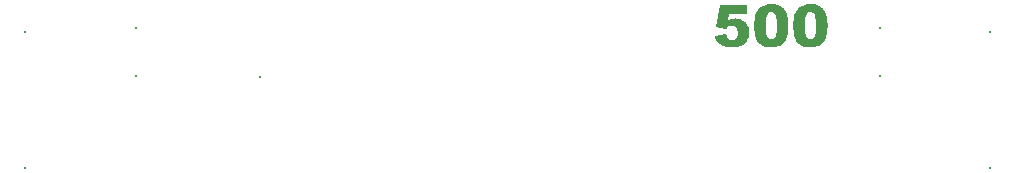
<source format=gts>
G04 Layer_Color=20142*
%FSLAX25Y25*%
%MOIN*%
G70*
G01*
G75*
%ADD11C,0.01194*%
%ADD12C,0.00800*%
G36*
X375045Y166743D02*
X375377Y166717D01*
X375734Y166692D01*
X376116Y166615D01*
X376499Y166539D01*
X376856Y166411D01*
X376907Y166385D01*
X377009Y166360D01*
X377188Y166258D01*
X377392Y166156D01*
X377621Y166028D01*
X377876Y165875D01*
X378106Y165697D01*
X378336Y165493D01*
X378361Y165467D01*
X378438Y165391D01*
X378540Y165288D01*
X378667Y165135D01*
X378820Y164982D01*
X378973Y164778D01*
X379254Y164319D01*
X379280Y164294D01*
X379305Y164217D01*
X379382Y164090D01*
X379458Y163911D01*
X379535Y163707D01*
X379611Y163452D01*
X379713Y163197D01*
X379790Y162891D01*
Y162865D01*
X379815Y162814D01*
X379841Y162738D01*
X379866Y162610D01*
X379892Y162482D01*
X379917Y162304D01*
X379994Y161896D01*
X380070Y161411D01*
X380147Y160875D01*
X380172Y160263D01*
X380198Y159651D01*
Y159600D01*
Y159472D01*
Y159294D01*
X380172Y159038D01*
X380147Y158707D01*
X380121Y158350D01*
X380096Y157967D01*
X380045Y157533D01*
X379892Y156615D01*
X379662Y155697D01*
X379509Y155263D01*
X379331Y154829D01*
X379127Y154447D01*
X378897Y154090D01*
X378871Y154064D01*
X378846Y154013D01*
X378769Y153937D01*
X378642Y153809D01*
X378489Y153681D01*
X378310Y153528D01*
X378106Y153375D01*
X377851Y153222D01*
X377570Y153044D01*
X377239Y152891D01*
X376882Y152738D01*
X376473Y152610D01*
X376040Y152482D01*
X375555Y152406D01*
X375019Y152355D01*
X374458Y152329D01*
X374152D01*
X373999Y152355D01*
X373846D01*
X373438Y152406D01*
X372979Y152457D01*
X372494Y152559D01*
X372009Y152712D01*
X371575Y152891D01*
X371525Y152916D01*
X371397Y152993D01*
X371193Y153120D01*
X370963Y153299D01*
X370657Y153528D01*
X370377Y153809D01*
X370070Y154141D01*
X369790Y154523D01*
X369764Y154549D01*
X369713Y154676D01*
X369611Y154829D01*
X369509Y155085D01*
X369382Y155365D01*
X369254Y155722D01*
X369127Y156156D01*
X369024Y156615D01*
Y156641D01*
Y156666D01*
X368999Y156743D01*
X368973Y156845D01*
X368948Y157125D01*
X368897Y157508D01*
X368846Y157942D01*
X368795Y158452D01*
X368769Y159013D01*
X368744Y159600D01*
Y159651D01*
Y159778D01*
Y159982D01*
X368769Y160238D01*
X368795Y160569D01*
X368820Y160952D01*
X368871Y161360D01*
X368922Y161794D01*
X369101Y162712D01*
X369356Y163630D01*
X369509Y164064D01*
X369713Y164472D01*
X369917Y164829D01*
X370173Y165161D01*
X370198Y165186D01*
X370249Y165237D01*
X370325Y165314D01*
X370453Y165416D01*
X370606Y165544D01*
X370785Y165671D01*
X371014Y165824D01*
X371269Y165977D01*
X371550Y166105D01*
X371882Y166258D01*
X372239Y166385D01*
X372621Y166513D01*
X373055Y166615D01*
X373514Y166692D01*
X374025Y166743D01*
X374560Y166768D01*
X374790D01*
X375045Y166743D01*
D02*
G37*
G36*
X362009D02*
X362341Y166717D01*
X362698Y166692D01*
X363081Y166615D01*
X363463Y166539D01*
X363821Y166411D01*
X363872Y166385D01*
X363973Y166360D01*
X364152Y166258D01*
X364356Y166156D01*
X364586Y166028D01*
X364841Y165875D01*
X365071Y165697D01*
X365300Y165493D01*
X365326Y165467D01*
X365402Y165391D01*
X365504Y165288D01*
X365632Y165135D01*
X365785Y164982D01*
X365938Y164778D01*
X366218Y164319D01*
X366244Y164294D01*
X366269Y164217D01*
X366346Y164090D01*
X366423Y163911D01*
X366499Y163707D01*
X366576Y163452D01*
X366678Y163197D01*
X366754Y162891D01*
Y162865D01*
X366780Y162814D01*
X366805Y162738D01*
X366831Y162610D01*
X366856Y162482D01*
X366882Y162304D01*
X366958Y161896D01*
X367035Y161411D01*
X367111Y160875D01*
X367137Y160263D01*
X367162Y159651D01*
Y159600D01*
Y159472D01*
Y159294D01*
X367137Y159038D01*
X367111Y158707D01*
X367086Y158350D01*
X367060Y157967D01*
X367009Y157533D01*
X366856Y156615D01*
X366627Y155697D01*
X366474Y155263D01*
X366295Y154829D01*
X366091Y154447D01*
X365861Y154090D01*
X365836Y154064D01*
X365810Y154013D01*
X365734Y153937D01*
X365606Y153809D01*
X365453Y153681D01*
X365275Y153528D01*
X365071Y153375D01*
X364815Y153222D01*
X364535Y153044D01*
X364203Y152891D01*
X363846Y152738D01*
X363438Y152610D01*
X363004Y152482D01*
X362520Y152406D01*
X361984Y152355D01*
X361423Y152329D01*
X361116D01*
X360963Y152355D01*
X360810D01*
X360402Y152406D01*
X359943Y152457D01*
X359458Y152559D01*
X358974Y152712D01*
X358540Y152891D01*
X358489Y152916D01*
X358361Y152993D01*
X358157Y153120D01*
X357928Y153299D01*
X357622Y153528D01*
X357341Y153809D01*
X357035Y154141D01*
X356754Y154523D01*
X356729Y154549D01*
X356678Y154676D01*
X356576Y154829D01*
X356474Y155085D01*
X356346Y155365D01*
X356219Y155722D01*
X356091Y156156D01*
X355989Y156615D01*
Y156641D01*
Y156666D01*
X355963Y156743D01*
X355938Y156845D01*
X355912Y157125D01*
X355861Y157508D01*
X355810Y157942D01*
X355759Y158452D01*
X355734Y159013D01*
X355708Y159600D01*
Y159651D01*
Y159778D01*
Y159982D01*
X355734Y160238D01*
X355759Y160569D01*
X355785Y160952D01*
X355836Y161360D01*
X355887Y161794D01*
X356066Y162712D01*
X356321Y163630D01*
X356474Y164064D01*
X356678Y164472D01*
X356882Y164829D01*
X357137Y165161D01*
X357162Y165186D01*
X357213Y165237D01*
X357290Y165314D01*
X357417Y165416D01*
X357571Y165544D01*
X357749Y165671D01*
X357979Y165824D01*
X358234Y165977D01*
X358514Y166105D01*
X358846Y166258D01*
X359203Y166385D01*
X359586Y166513D01*
X360019Y166615D01*
X360479Y166692D01*
X360989Y166743D01*
X361525Y166768D01*
X361754D01*
X362009Y166743D01*
D02*
G37*
G36*
X353489Y163426D02*
X347214D01*
X346882Y161334D01*
X346907Y161360D01*
X346984Y161386D01*
X347137Y161436D01*
X347290Y161513D01*
X347494Y161590D01*
X347724Y161666D01*
X348183Y161794D01*
X348208D01*
X348285Y161819D01*
X348412Y161845D01*
X348591Y161870D01*
X348770Y161896D01*
X348974Y161921D01*
X349433Y161947D01*
X349637D01*
X349790Y161921D01*
X349969D01*
X350173Y161870D01*
X350632Y161794D01*
X351193Y161641D01*
X351754Y161411D01*
X352035Y161258D01*
X352315Y161105D01*
X352571Y160901D01*
X352826Y160671D01*
X352851Y160646D01*
X352877Y160620D01*
X352953Y160544D01*
X353030Y160442D01*
X353132Y160314D01*
X353234Y160161D01*
X353489Y159804D01*
X353744Y159345D01*
X353948Y158783D01*
X354101Y158171D01*
X354127Y157840D01*
X354152Y157482D01*
Y157457D01*
Y157431D01*
Y157355D01*
Y157253D01*
X354127Y156998D01*
X354076Y156641D01*
X353974Y156258D01*
X353872Y155824D01*
X353693Y155340D01*
X353463Y154880D01*
Y154855D01*
X353438Y154829D01*
X353336Y154676D01*
X353183Y154447D01*
X352979Y154166D01*
X352698Y153860D01*
X352366Y153554D01*
X351984Y153248D01*
X351550Y152967D01*
X351525D01*
X351499Y152942D01*
X351423Y152916D01*
X351321Y152865D01*
X351219Y152814D01*
X351065Y152763D01*
X350708Y152661D01*
X350249Y152533D01*
X349688Y152431D01*
X349076Y152355D01*
X348387Y152329D01*
X348157D01*
X347902Y152355D01*
X347571D01*
X347214Y152380D01*
X346805Y152431D01*
X346397Y152508D01*
X346014Y152585D01*
X345964Y152610D01*
X345862Y152636D01*
X345683Y152687D01*
X345453Y152789D01*
X345173Y152891D01*
X344892Y153018D01*
X344331Y153350D01*
X344305Y153375D01*
X344229Y153452D01*
X344101Y153554D01*
X343923Y153707D01*
X343744Y153860D01*
X343566Y154064D01*
X343208Y154523D01*
X343183Y154549D01*
X343132Y154651D01*
X343055Y154778D01*
X342979Y154982D01*
X342851Y155212D01*
X342749Y155493D01*
X342622Y155824D01*
X342520Y156181D01*
X346448Y156615D01*
Y156564D01*
X346474Y156462D01*
X346525Y156283D01*
X346576Y156079D01*
X346652Y155850D01*
X346780Y155620D01*
X346907Y155391D01*
X347086Y155186D01*
X347111Y155161D01*
X347188Y155110D01*
X347290Y155034D01*
X347443Y154957D01*
X347622Y154855D01*
X347851Y154778D01*
X348106Y154727D01*
X348361Y154702D01*
X348489D01*
X348642Y154727D01*
X348846Y154778D01*
X349050Y154855D01*
X349280Y154957D01*
X349509Y155110D01*
X349713Y155314D01*
X349739Y155340D01*
X349790Y155442D01*
X349892Y155569D01*
X349994Y155773D01*
X350071Y156028D01*
X350173Y156334D01*
X350224Y156692D01*
X350249Y157125D01*
Y157151D01*
Y157176D01*
Y157329D01*
X350224Y157559D01*
X350173Y157814D01*
X350122Y158120D01*
X350020Y158426D01*
X349892Y158707D01*
X349713Y158962D01*
X349688Y158987D01*
X349611Y159064D01*
X349509Y159141D01*
X349331Y159268D01*
X349127Y159370D01*
X348897Y159447D01*
X348591Y159523D01*
X348285Y159549D01*
X348183D01*
X348081Y159523D01*
X347928D01*
X347596Y159421D01*
X347392Y159370D01*
X347188Y159268D01*
X347163D01*
X347111Y159217D01*
X347035Y159166D01*
X346933Y159090D01*
X346805Y158987D01*
X346652Y158860D01*
X346499Y158707D01*
X346321Y158528D01*
X343030Y159013D01*
X344254Y166539D01*
X353489D01*
Y163426D01*
D02*
G37*
%LPC*%
G36*
X374433Y164192D02*
X374382D01*
X374280Y164166D01*
X374101Y164140D01*
X373897Y164064D01*
X373667Y163962D01*
X373438Y163783D01*
X373208Y163528D01*
X373030Y163197D01*
X373004Y163146D01*
X372979Y163095D01*
X372953Y162993D01*
X372928Y162891D01*
X372902Y162763D01*
X372851Y162584D01*
X372826Y162380D01*
X372775Y162151D01*
X372724Y161896D01*
X372698Y161590D01*
X372673Y161283D01*
X372647Y160901D01*
X372621Y160518D01*
X372596Y160084D01*
Y159600D01*
Y159574D01*
Y159472D01*
Y159345D01*
Y159166D01*
X372621Y158962D01*
Y158707D01*
X372647Y158146D01*
X372698Y157533D01*
X372800Y156921D01*
X372851Y156641D01*
X372902Y156386D01*
X372979Y156156D01*
X373055Y155952D01*
X373081Y155901D01*
X373157Y155799D01*
X373259Y155646D01*
X373412Y155467D01*
X373616Y155289D01*
X373846Y155136D01*
X374127Y155034D01*
X374433Y154982D01*
X374535D01*
X374662Y155008D01*
X374790Y155034D01*
X374968Y155085D01*
X375121Y155161D01*
X375300Y155263D01*
X375479Y155391D01*
X375504Y155416D01*
X375555Y155467D01*
X375632Y155569D01*
X375734Y155697D01*
X375836Y155901D01*
X375938Y156105D01*
X376040Y156386D01*
X376116Y156692D01*
Y156743D01*
X376142Y156870D01*
X376193Y157074D01*
X376244Y157380D01*
X376269Y157763D01*
X376320Y158248D01*
X376346Y158809D01*
Y159472D01*
Y159498D01*
Y159600D01*
Y159727D01*
Y159931D01*
X376320Y160135D01*
Y160416D01*
X376295Y160977D01*
X376218Y161615D01*
X376142Y162227D01*
X376091Y162508D01*
X376014Y162788D01*
X375938Y163018D01*
X375861Y163222D01*
X375836Y163273D01*
X375759Y163375D01*
X375657Y163528D01*
X375504Y163707D01*
X375300Y163885D01*
X375045Y164039D01*
X374764Y164140D01*
X374433Y164192D01*
D02*
G37*
G36*
X361397D02*
X361346D01*
X361244Y164166D01*
X361065Y164140D01*
X360861Y164064D01*
X360632Y163962D01*
X360402Y163783D01*
X360173Y163528D01*
X359994Y163197D01*
X359968Y163146D01*
X359943Y163095D01*
X359917Y162993D01*
X359892Y162891D01*
X359866Y162763D01*
X359815Y162584D01*
X359790Y162380D01*
X359739Y162151D01*
X359688Y161896D01*
X359662Y161590D01*
X359637Y161283D01*
X359611Y160901D01*
X359586Y160518D01*
X359560Y160084D01*
Y159600D01*
Y159574D01*
Y159472D01*
Y159345D01*
Y159166D01*
X359586Y158962D01*
Y158707D01*
X359611Y158146D01*
X359662Y157533D01*
X359764Y156921D01*
X359815Y156641D01*
X359866Y156386D01*
X359943Y156156D01*
X360019Y155952D01*
X360045Y155901D01*
X360121Y155799D01*
X360224Y155646D01*
X360377Y155467D01*
X360581Y155289D01*
X360810Y155136D01*
X361091Y155034D01*
X361397Y154982D01*
X361499D01*
X361627Y155008D01*
X361754Y155034D01*
X361933Y155085D01*
X362086Y155161D01*
X362264Y155263D01*
X362443Y155391D01*
X362469Y155416D01*
X362520Y155467D01*
X362596Y155569D01*
X362698Y155697D01*
X362800Y155901D01*
X362902Y156105D01*
X363004Y156386D01*
X363081Y156692D01*
Y156743D01*
X363106Y156870D01*
X363157Y157074D01*
X363208Y157380D01*
X363234Y157763D01*
X363285Y158248D01*
X363310Y158809D01*
Y159472D01*
Y159498D01*
Y159600D01*
Y159727D01*
Y159931D01*
X363285Y160135D01*
Y160416D01*
X363259Y160977D01*
X363183Y161615D01*
X363106Y162227D01*
X363055Y162508D01*
X362979Y162788D01*
X362902Y163018D01*
X362826Y163222D01*
X362800Y163273D01*
X362724Y163375D01*
X362621Y163528D01*
X362469Y163707D01*
X362264Y163885D01*
X362009Y164039D01*
X361729Y164140D01*
X361397Y164192D01*
D02*
G37*
%LPD*%
D11*
X149606Y158701D02*
D03*
Y142717D02*
D03*
X397638D02*
D03*
Y158701D02*
D03*
D12*
X434449Y157480D02*
D03*
Y112205D02*
D03*
X190945Y142323D02*
D03*
X112795Y112205D02*
D03*
Y157480D02*
D03*
M02*

</source>
